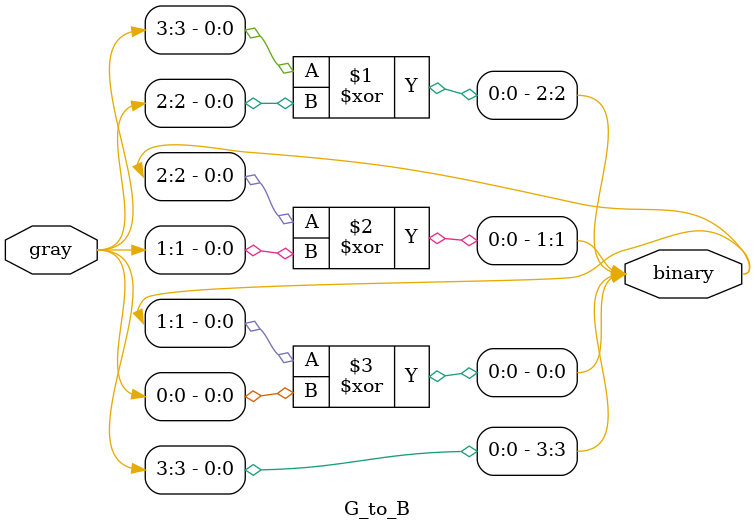
<source format=v>

module G_to_B(
 input wire [3:0] gray,
    output wire [3:0] binary);
    assign binary[3] = gray[3];
    assign binary[2] = binary[3] ^ gray[2];
    assign binary[1] = binary[2] ^ gray[1];
    assign binary[0] = binary[1] ^ gray[0];
endmodule

</source>
